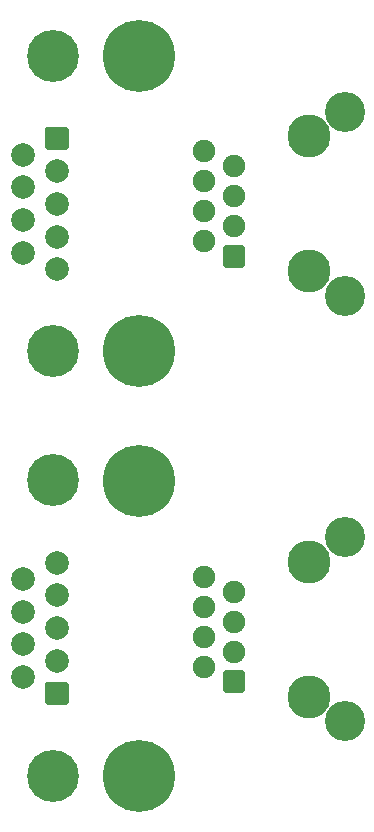
<source format=gbr>
G04 #@! TF.GenerationSoftware,KiCad,Pcbnew,5.1.9+dfsg1-1~bpo10+1*
G04 #@! TF.CreationDate,2021-10-21T15:09:38+00:00*
G04 #@! TF.ProjectId,rack-ser-adapter,7261636b-2d73-4657-922d-616461707465,rev?*
G04 #@! TF.SameCoordinates,Original*
G04 #@! TF.FileFunction,Soldermask,Top*
G04 #@! TF.FilePolarity,Negative*
%FSLAX46Y46*%
G04 Gerber Fmt 4.6, Leading zero omitted, Abs format (unit mm)*
G04 Created by KiCad (PCBNEW 5.1.9+dfsg1-1~bpo10+1) date 2021-10-21 15:09:38*
%MOMM*%
%LPD*%
G01*
G04 APERTURE LIST*
%ADD10C,2.000000*%
%ADD11C,4.400000*%
%ADD12C,3.650000*%
%ADD13C,3.400000*%
%ADD14C,1.900000*%
%ADD15C,6.100000*%
G04 APERTURE END LIST*
G36*
G01*
X104200000Y-128000000D02*
X105800000Y-128000000D01*
G75*
G02*
X106000000Y-128200000I0J-200000D01*
G01*
X106000000Y-129800000D01*
G75*
G02*
X105800000Y-130000000I-200000J0D01*
G01*
X104200000Y-130000000D01*
G75*
G02*
X104000000Y-129800000I0J200000D01*
G01*
X104000000Y-128200000D01*
G75*
G02*
X104200000Y-128000000I200000J0D01*
G01*
G37*
D10*
X105000000Y-126230000D03*
X105000000Y-123460000D03*
X105000000Y-120690000D03*
X105000000Y-117920000D03*
X102160000Y-127615000D03*
X102160000Y-124845000D03*
X102160000Y-122075000D03*
X102160000Y-119305000D03*
D11*
X104700000Y-110960000D03*
X104700000Y-135960000D03*
D12*
X126350000Y-81840000D03*
D13*
X129400000Y-79785000D03*
D12*
X126350000Y-93270000D03*
D14*
X120000000Y-89460000D03*
X120000000Y-86920000D03*
X117460000Y-88190000D03*
X120000000Y-84380000D03*
G36*
G01*
X119250000Y-91050000D02*
X120750000Y-91050000D01*
G75*
G02*
X120950000Y-91250000I0J-200000D01*
G01*
X120950000Y-92750000D01*
G75*
G02*
X120750000Y-92950000I-200000J0D01*
G01*
X119250000Y-92950000D01*
G75*
G02*
X119050000Y-92750000I0J200000D01*
G01*
X119050000Y-91250000D01*
G75*
G02*
X119250000Y-91050000I200000J0D01*
G01*
G37*
X117460000Y-90730000D03*
D13*
X129400000Y-95325000D03*
D14*
X117460000Y-83110000D03*
X117460000Y-85650000D03*
D15*
X112000000Y-75000000D03*
X112000000Y-100000000D03*
G36*
G01*
X104200000Y-81000000D02*
X105800000Y-81000000D01*
G75*
G02*
X106000000Y-81200000I0J-200000D01*
G01*
X106000000Y-82800000D01*
G75*
G02*
X105800000Y-83000000I-200000J0D01*
G01*
X104200000Y-83000000D01*
G75*
G02*
X104000000Y-82800000I0J200000D01*
G01*
X104000000Y-81200000D01*
G75*
G02*
X104200000Y-81000000I200000J0D01*
G01*
G37*
D10*
X105000000Y-84770000D03*
X105000000Y-87540000D03*
X105000000Y-90310000D03*
X105000000Y-93080000D03*
X102160000Y-83385000D03*
X102160000Y-86155000D03*
X102160000Y-88925000D03*
X102160000Y-91695000D03*
D11*
X104700000Y-75040000D03*
X104700000Y-100040000D03*
D15*
X112000000Y-111000000D03*
X112000000Y-136000000D03*
D12*
X126350000Y-117840000D03*
D13*
X129400000Y-115785000D03*
D12*
X126350000Y-129270000D03*
D14*
X120000000Y-125460000D03*
X120000000Y-122920000D03*
X117460000Y-124190000D03*
X120000000Y-120380000D03*
G36*
G01*
X119250000Y-127050000D02*
X120750000Y-127050000D01*
G75*
G02*
X120950000Y-127250000I0J-200000D01*
G01*
X120950000Y-128750000D01*
G75*
G02*
X120750000Y-128950000I-200000J0D01*
G01*
X119250000Y-128950000D01*
G75*
G02*
X119050000Y-128750000I0J200000D01*
G01*
X119050000Y-127250000D01*
G75*
G02*
X119250000Y-127050000I200000J0D01*
G01*
G37*
X117460000Y-126730000D03*
D13*
X129400000Y-131325000D03*
D14*
X117460000Y-119110000D03*
X117460000Y-121650000D03*
M02*

</source>
